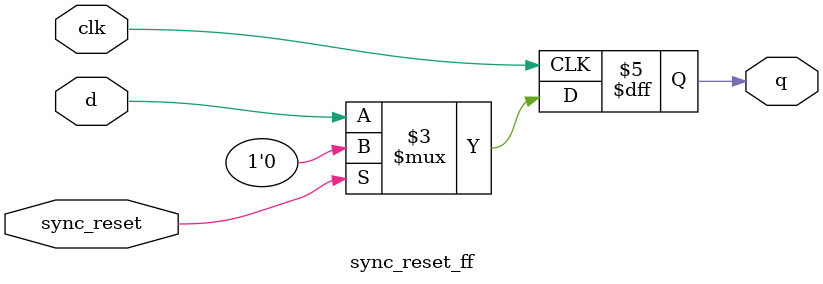
<source format=sv>
module sync_reset_ff (
    input  logic clk,       // Clock signal
    input  logic sync_reset, // Synchronous reset signal
    input  logic d,         // Data input
    output logic q          // Data output
);
    always_ff @(posedge clk) begin
        if (sync_reset) 
            q <= 1'b0;      // Reset the output to 0
        else 
            q <= d;         // Update output with data input
    end
endmodule


</source>
